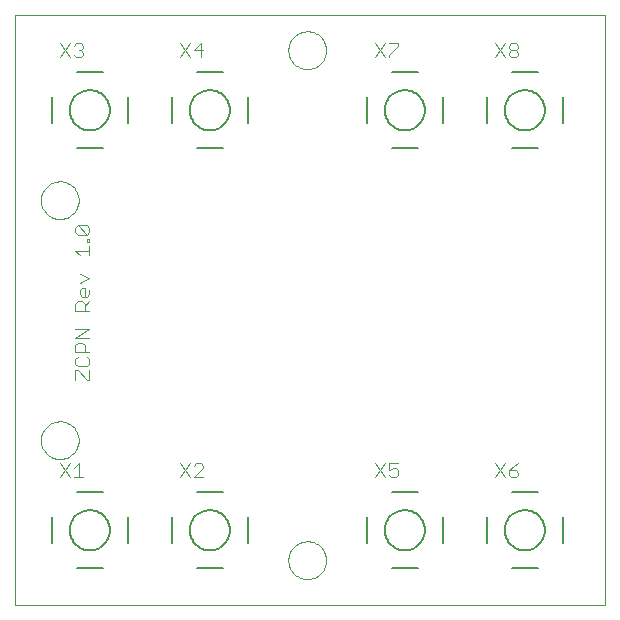
<source format=gto>
G75*
%MOIN*%
%OFA0B0*%
%FSLAX24Y24*%
%IPPOS*%
%LPD*%
%AMOC8*
5,1,8,0,0,1.08239X$1,22.5*
%
%ADD10C,0.0000*%
%ADD11C,0.0040*%
%ADD12C,0.0080*%
D10*
X000100Y000100D02*
X000100Y019785D01*
X019785Y019785D01*
X019785Y000100D01*
X000100Y000100D01*
X000970Y005600D02*
X000972Y005650D01*
X000978Y005700D01*
X000988Y005749D01*
X001002Y005797D01*
X001019Y005844D01*
X001040Y005889D01*
X001065Y005933D01*
X001093Y005974D01*
X001125Y006013D01*
X001159Y006050D01*
X001196Y006084D01*
X001236Y006114D01*
X001278Y006141D01*
X001322Y006165D01*
X001368Y006186D01*
X001415Y006202D01*
X001463Y006215D01*
X001513Y006224D01*
X001562Y006229D01*
X001613Y006230D01*
X001663Y006227D01*
X001712Y006220D01*
X001761Y006209D01*
X001809Y006194D01*
X001855Y006176D01*
X001900Y006154D01*
X001943Y006128D01*
X001984Y006099D01*
X002023Y006067D01*
X002059Y006032D01*
X002091Y005994D01*
X002121Y005954D01*
X002148Y005911D01*
X002171Y005867D01*
X002190Y005821D01*
X002206Y005773D01*
X002218Y005724D01*
X002226Y005675D01*
X002230Y005625D01*
X002230Y005575D01*
X002226Y005525D01*
X002218Y005476D01*
X002206Y005427D01*
X002190Y005379D01*
X002171Y005333D01*
X002148Y005289D01*
X002121Y005246D01*
X002091Y005206D01*
X002059Y005168D01*
X002023Y005133D01*
X001984Y005101D01*
X001943Y005072D01*
X001900Y005046D01*
X001855Y005024D01*
X001809Y005006D01*
X001761Y004991D01*
X001712Y004980D01*
X001663Y004973D01*
X001613Y004970D01*
X001562Y004971D01*
X001513Y004976D01*
X001463Y004985D01*
X001415Y004998D01*
X001368Y005014D01*
X001322Y005035D01*
X001278Y005059D01*
X001236Y005086D01*
X001196Y005116D01*
X001159Y005150D01*
X001125Y005187D01*
X001093Y005226D01*
X001065Y005267D01*
X001040Y005311D01*
X001019Y005356D01*
X001002Y005403D01*
X000988Y005451D01*
X000978Y005500D01*
X000972Y005550D01*
X000970Y005600D01*
X000970Y013600D02*
X000972Y013650D01*
X000978Y013700D01*
X000988Y013749D01*
X001002Y013797D01*
X001019Y013844D01*
X001040Y013889D01*
X001065Y013933D01*
X001093Y013974D01*
X001125Y014013D01*
X001159Y014050D01*
X001196Y014084D01*
X001236Y014114D01*
X001278Y014141D01*
X001322Y014165D01*
X001368Y014186D01*
X001415Y014202D01*
X001463Y014215D01*
X001513Y014224D01*
X001562Y014229D01*
X001613Y014230D01*
X001663Y014227D01*
X001712Y014220D01*
X001761Y014209D01*
X001809Y014194D01*
X001855Y014176D01*
X001900Y014154D01*
X001943Y014128D01*
X001984Y014099D01*
X002023Y014067D01*
X002059Y014032D01*
X002091Y013994D01*
X002121Y013954D01*
X002148Y013911D01*
X002171Y013867D01*
X002190Y013821D01*
X002206Y013773D01*
X002218Y013724D01*
X002226Y013675D01*
X002230Y013625D01*
X002230Y013575D01*
X002226Y013525D01*
X002218Y013476D01*
X002206Y013427D01*
X002190Y013379D01*
X002171Y013333D01*
X002148Y013289D01*
X002121Y013246D01*
X002091Y013206D01*
X002059Y013168D01*
X002023Y013133D01*
X001984Y013101D01*
X001943Y013072D01*
X001900Y013046D01*
X001855Y013024D01*
X001809Y013006D01*
X001761Y012991D01*
X001712Y012980D01*
X001663Y012973D01*
X001613Y012970D01*
X001562Y012971D01*
X001513Y012976D01*
X001463Y012985D01*
X001415Y012998D01*
X001368Y013014D01*
X001322Y013035D01*
X001278Y013059D01*
X001236Y013086D01*
X001196Y013116D01*
X001159Y013150D01*
X001125Y013187D01*
X001093Y013226D01*
X001065Y013267D01*
X001040Y013311D01*
X001019Y013356D01*
X001002Y013403D01*
X000988Y013451D01*
X000978Y013500D01*
X000972Y013550D01*
X000970Y013600D01*
X009220Y018600D02*
X009222Y018650D01*
X009228Y018700D01*
X009238Y018749D01*
X009252Y018797D01*
X009269Y018844D01*
X009290Y018889D01*
X009315Y018933D01*
X009343Y018974D01*
X009375Y019013D01*
X009409Y019050D01*
X009446Y019084D01*
X009486Y019114D01*
X009528Y019141D01*
X009572Y019165D01*
X009618Y019186D01*
X009665Y019202D01*
X009713Y019215D01*
X009763Y019224D01*
X009812Y019229D01*
X009863Y019230D01*
X009913Y019227D01*
X009962Y019220D01*
X010011Y019209D01*
X010059Y019194D01*
X010105Y019176D01*
X010150Y019154D01*
X010193Y019128D01*
X010234Y019099D01*
X010273Y019067D01*
X010309Y019032D01*
X010341Y018994D01*
X010371Y018954D01*
X010398Y018911D01*
X010421Y018867D01*
X010440Y018821D01*
X010456Y018773D01*
X010468Y018724D01*
X010476Y018675D01*
X010480Y018625D01*
X010480Y018575D01*
X010476Y018525D01*
X010468Y018476D01*
X010456Y018427D01*
X010440Y018379D01*
X010421Y018333D01*
X010398Y018289D01*
X010371Y018246D01*
X010341Y018206D01*
X010309Y018168D01*
X010273Y018133D01*
X010234Y018101D01*
X010193Y018072D01*
X010150Y018046D01*
X010105Y018024D01*
X010059Y018006D01*
X010011Y017991D01*
X009962Y017980D01*
X009913Y017973D01*
X009863Y017970D01*
X009812Y017971D01*
X009763Y017976D01*
X009713Y017985D01*
X009665Y017998D01*
X009618Y018014D01*
X009572Y018035D01*
X009528Y018059D01*
X009486Y018086D01*
X009446Y018116D01*
X009409Y018150D01*
X009375Y018187D01*
X009343Y018226D01*
X009315Y018267D01*
X009290Y018311D01*
X009269Y018356D01*
X009252Y018403D01*
X009238Y018451D01*
X009228Y018500D01*
X009222Y018550D01*
X009220Y018600D01*
X009220Y001600D02*
X009222Y001650D01*
X009228Y001700D01*
X009238Y001749D01*
X009252Y001797D01*
X009269Y001844D01*
X009290Y001889D01*
X009315Y001933D01*
X009343Y001974D01*
X009375Y002013D01*
X009409Y002050D01*
X009446Y002084D01*
X009486Y002114D01*
X009528Y002141D01*
X009572Y002165D01*
X009618Y002186D01*
X009665Y002202D01*
X009713Y002215D01*
X009763Y002224D01*
X009812Y002229D01*
X009863Y002230D01*
X009913Y002227D01*
X009962Y002220D01*
X010011Y002209D01*
X010059Y002194D01*
X010105Y002176D01*
X010150Y002154D01*
X010193Y002128D01*
X010234Y002099D01*
X010273Y002067D01*
X010309Y002032D01*
X010341Y001994D01*
X010371Y001954D01*
X010398Y001911D01*
X010421Y001867D01*
X010440Y001821D01*
X010456Y001773D01*
X010468Y001724D01*
X010476Y001675D01*
X010480Y001625D01*
X010480Y001575D01*
X010476Y001525D01*
X010468Y001476D01*
X010456Y001427D01*
X010440Y001379D01*
X010421Y001333D01*
X010398Y001289D01*
X010371Y001246D01*
X010341Y001206D01*
X010309Y001168D01*
X010273Y001133D01*
X010234Y001101D01*
X010193Y001072D01*
X010150Y001046D01*
X010105Y001024D01*
X010059Y001006D01*
X010011Y000991D01*
X009962Y000980D01*
X009913Y000973D01*
X009863Y000970D01*
X009812Y000971D01*
X009763Y000976D01*
X009713Y000985D01*
X009665Y000998D01*
X009618Y001014D01*
X009572Y001035D01*
X009528Y001059D01*
X009486Y001086D01*
X009446Y001116D01*
X009409Y001150D01*
X009375Y001187D01*
X009343Y001226D01*
X009315Y001267D01*
X009290Y001311D01*
X009269Y001356D01*
X009252Y001403D01*
X009238Y001451D01*
X009228Y001500D01*
X009222Y001550D01*
X009220Y001600D01*
D11*
X006387Y004370D02*
X006080Y004370D01*
X006387Y004677D01*
X006387Y004754D01*
X006311Y004830D01*
X006157Y004830D01*
X006080Y004754D01*
X005927Y004830D02*
X005620Y004370D01*
X005927Y004370D02*
X005620Y004830D01*
X002387Y004370D02*
X002080Y004370D01*
X001927Y004370D02*
X001620Y004830D01*
X001927Y004830D02*
X001620Y004370D01*
X002080Y004677D02*
X002234Y004830D01*
X002234Y004370D01*
X002120Y007620D02*
X002120Y007927D01*
X002196Y007927D01*
X002503Y007620D01*
X002580Y007620D01*
X002580Y007927D01*
X002503Y008080D02*
X002196Y008080D01*
X002120Y008157D01*
X002120Y008311D01*
X002196Y008387D01*
X002120Y008541D02*
X002120Y008771D01*
X002196Y008848D01*
X002350Y008848D01*
X002427Y008771D01*
X002427Y008541D01*
X002580Y008541D02*
X002120Y008541D01*
X002503Y008387D02*
X002580Y008311D01*
X002580Y008157D01*
X002503Y008080D01*
X002580Y009001D02*
X002120Y009001D01*
X002580Y009308D01*
X002120Y009308D01*
X002120Y009922D02*
X002120Y010152D01*
X002196Y010229D01*
X002350Y010229D01*
X002427Y010152D01*
X002427Y009922D01*
X002580Y009922D02*
X002120Y009922D01*
X002427Y010075D02*
X002580Y010229D01*
X002503Y010382D02*
X002350Y010382D01*
X002273Y010459D01*
X002273Y010613D01*
X002350Y010689D01*
X002427Y010689D01*
X002427Y010382D01*
X002503Y010382D02*
X002580Y010459D01*
X002580Y010613D01*
X002273Y010843D02*
X002580Y010996D01*
X002273Y011150D01*
X002273Y011764D02*
X002120Y011917D01*
X002580Y011917D01*
X002580Y011764D02*
X002580Y012070D01*
X002580Y012224D02*
X002580Y012301D01*
X002503Y012301D01*
X002503Y012224D01*
X002580Y012224D01*
X002503Y012454D02*
X002196Y012454D01*
X002120Y012531D01*
X002120Y012684D01*
X002196Y012761D01*
X002503Y012454D01*
X002580Y012531D01*
X002580Y012684D01*
X002503Y012761D01*
X002196Y012761D01*
X002157Y018370D02*
X002080Y018447D01*
X002157Y018370D02*
X002311Y018370D01*
X002387Y018447D01*
X002387Y018523D01*
X002311Y018600D01*
X002234Y018600D01*
X002311Y018600D02*
X002387Y018677D01*
X002387Y018754D01*
X002311Y018830D01*
X002157Y018830D01*
X002080Y018754D01*
X001927Y018830D02*
X001620Y018370D01*
X001927Y018370D02*
X001620Y018830D01*
X005620Y018830D02*
X005927Y018370D01*
X006080Y018600D02*
X006387Y018600D01*
X006311Y018370D02*
X006311Y018830D01*
X006080Y018600D01*
X005927Y018830D02*
X005620Y018370D01*
X012120Y018370D02*
X012427Y018830D01*
X012580Y018830D02*
X012887Y018830D01*
X012887Y018754D01*
X012580Y018447D01*
X012580Y018370D01*
X012427Y018370D02*
X012120Y018830D01*
X016120Y018830D02*
X016427Y018370D01*
X016580Y018447D02*
X016580Y018523D01*
X016657Y018600D01*
X016811Y018600D01*
X016887Y018523D01*
X016887Y018447D01*
X016811Y018370D01*
X016657Y018370D01*
X016580Y018447D01*
X016657Y018600D02*
X016580Y018677D01*
X016580Y018754D01*
X016657Y018830D01*
X016811Y018830D01*
X016887Y018754D01*
X016887Y018677D01*
X016811Y018600D01*
X016427Y018830D02*
X016120Y018370D01*
X016120Y004830D02*
X016427Y004370D01*
X016580Y004447D02*
X016657Y004370D01*
X016811Y004370D01*
X016887Y004447D01*
X016887Y004523D01*
X016811Y004600D01*
X016580Y004600D01*
X016580Y004447D01*
X016580Y004600D02*
X016734Y004754D01*
X016887Y004830D01*
X016427Y004830D02*
X016120Y004370D01*
X012887Y004447D02*
X012811Y004370D01*
X012657Y004370D01*
X012580Y004447D01*
X012580Y004600D02*
X012734Y004677D01*
X012811Y004677D01*
X012887Y004600D01*
X012887Y004447D01*
X012580Y004600D02*
X012580Y004830D01*
X012887Y004830D01*
X012427Y004830D02*
X012120Y004370D01*
X012427Y004370D02*
X012120Y004830D01*
D12*
X012667Y003860D02*
X013533Y003860D01*
X014360Y003033D02*
X014360Y002167D01*
X013533Y001340D02*
X012667Y001340D01*
X011840Y002167D02*
X011840Y003033D01*
X012431Y002600D02*
X012433Y002651D01*
X012439Y002702D01*
X012449Y002752D01*
X012462Y002802D01*
X012480Y002850D01*
X012500Y002897D01*
X012525Y002942D01*
X012553Y002985D01*
X012584Y003026D01*
X012618Y003064D01*
X012655Y003099D01*
X012694Y003132D01*
X012736Y003162D01*
X012780Y003188D01*
X012826Y003210D01*
X012874Y003230D01*
X012923Y003245D01*
X012973Y003257D01*
X013023Y003265D01*
X013074Y003269D01*
X013126Y003269D01*
X013177Y003265D01*
X013227Y003257D01*
X013277Y003245D01*
X013326Y003230D01*
X013374Y003210D01*
X013420Y003188D01*
X013464Y003162D01*
X013506Y003132D01*
X013545Y003099D01*
X013582Y003064D01*
X013616Y003026D01*
X013647Y002985D01*
X013675Y002942D01*
X013700Y002897D01*
X013720Y002850D01*
X013738Y002802D01*
X013751Y002752D01*
X013761Y002702D01*
X013767Y002651D01*
X013769Y002600D01*
X013767Y002549D01*
X013761Y002498D01*
X013751Y002448D01*
X013738Y002398D01*
X013720Y002350D01*
X013700Y002303D01*
X013675Y002258D01*
X013647Y002215D01*
X013616Y002174D01*
X013582Y002136D01*
X013545Y002101D01*
X013506Y002068D01*
X013464Y002038D01*
X013420Y002012D01*
X013374Y001990D01*
X013326Y001970D01*
X013277Y001955D01*
X013227Y001943D01*
X013177Y001935D01*
X013126Y001931D01*
X013074Y001931D01*
X013023Y001935D01*
X012973Y001943D01*
X012923Y001955D01*
X012874Y001970D01*
X012826Y001990D01*
X012780Y002012D01*
X012736Y002038D01*
X012694Y002068D01*
X012655Y002101D01*
X012618Y002136D01*
X012584Y002174D01*
X012553Y002215D01*
X012525Y002258D01*
X012500Y002303D01*
X012480Y002350D01*
X012462Y002398D01*
X012449Y002448D01*
X012439Y002498D01*
X012433Y002549D01*
X012431Y002600D01*
X015840Y002167D02*
X015840Y003033D01*
X016667Y003860D02*
X017533Y003860D01*
X018360Y003033D02*
X018360Y002167D01*
X017533Y001340D02*
X016667Y001340D01*
X016431Y002600D02*
X016433Y002651D01*
X016439Y002702D01*
X016449Y002752D01*
X016462Y002802D01*
X016480Y002850D01*
X016500Y002897D01*
X016525Y002942D01*
X016553Y002985D01*
X016584Y003026D01*
X016618Y003064D01*
X016655Y003099D01*
X016694Y003132D01*
X016736Y003162D01*
X016780Y003188D01*
X016826Y003210D01*
X016874Y003230D01*
X016923Y003245D01*
X016973Y003257D01*
X017023Y003265D01*
X017074Y003269D01*
X017126Y003269D01*
X017177Y003265D01*
X017227Y003257D01*
X017277Y003245D01*
X017326Y003230D01*
X017374Y003210D01*
X017420Y003188D01*
X017464Y003162D01*
X017506Y003132D01*
X017545Y003099D01*
X017582Y003064D01*
X017616Y003026D01*
X017647Y002985D01*
X017675Y002942D01*
X017700Y002897D01*
X017720Y002850D01*
X017738Y002802D01*
X017751Y002752D01*
X017761Y002702D01*
X017767Y002651D01*
X017769Y002600D01*
X017767Y002549D01*
X017761Y002498D01*
X017751Y002448D01*
X017738Y002398D01*
X017720Y002350D01*
X017700Y002303D01*
X017675Y002258D01*
X017647Y002215D01*
X017616Y002174D01*
X017582Y002136D01*
X017545Y002101D01*
X017506Y002068D01*
X017464Y002038D01*
X017420Y002012D01*
X017374Y001990D01*
X017326Y001970D01*
X017277Y001955D01*
X017227Y001943D01*
X017177Y001935D01*
X017126Y001931D01*
X017074Y001931D01*
X017023Y001935D01*
X016973Y001943D01*
X016923Y001955D01*
X016874Y001970D01*
X016826Y001990D01*
X016780Y002012D01*
X016736Y002038D01*
X016694Y002068D01*
X016655Y002101D01*
X016618Y002136D01*
X016584Y002174D01*
X016553Y002215D01*
X016525Y002258D01*
X016500Y002303D01*
X016480Y002350D01*
X016462Y002398D01*
X016449Y002448D01*
X016439Y002498D01*
X016433Y002549D01*
X016431Y002600D01*
X007860Y003033D02*
X007860Y002167D01*
X007033Y001340D02*
X006167Y001340D01*
X005340Y002167D02*
X005340Y003033D01*
X006167Y003860D02*
X007033Y003860D01*
X005931Y002600D02*
X005933Y002651D01*
X005939Y002702D01*
X005949Y002752D01*
X005962Y002802D01*
X005980Y002850D01*
X006000Y002897D01*
X006025Y002942D01*
X006053Y002985D01*
X006084Y003026D01*
X006118Y003064D01*
X006155Y003099D01*
X006194Y003132D01*
X006236Y003162D01*
X006280Y003188D01*
X006326Y003210D01*
X006374Y003230D01*
X006423Y003245D01*
X006473Y003257D01*
X006523Y003265D01*
X006574Y003269D01*
X006626Y003269D01*
X006677Y003265D01*
X006727Y003257D01*
X006777Y003245D01*
X006826Y003230D01*
X006874Y003210D01*
X006920Y003188D01*
X006964Y003162D01*
X007006Y003132D01*
X007045Y003099D01*
X007082Y003064D01*
X007116Y003026D01*
X007147Y002985D01*
X007175Y002942D01*
X007200Y002897D01*
X007220Y002850D01*
X007238Y002802D01*
X007251Y002752D01*
X007261Y002702D01*
X007267Y002651D01*
X007269Y002600D01*
X007267Y002549D01*
X007261Y002498D01*
X007251Y002448D01*
X007238Y002398D01*
X007220Y002350D01*
X007200Y002303D01*
X007175Y002258D01*
X007147Y002215D01*
X007116Y002174D01*
X007082Y002136D01*
X007045Y002101D01*
X007006Y002068D01*
X006964Y002038D01*
X006920Y002012D01*
X006874Y001990D01*
X006826Y001970D01*
X006777Y001955D01*
X006727Y001943D01*
X006677Y001935D01*
X006626Y001931D01*
X006574Y001931D01*
X006523Y001935D01*
X006473Y001943D01*
X006423Y001955D01*
X006374Y001970D01*
X006326Y001990D01*
X006280Y002012D01*
X006236Y002038D01*
X006194Y002068D01*
X006155Y002101D01*
X006118Y002136D01*
X006084Y002174D01*
X006053Y002215D01*
X006025Y002258D01*
X006000Y002303D01*
X005980Y002350D01*
X005962Y002398D01*
X005949Y002448D01*
X005939Y002498D01*
X005933Y002549D01*
X005931Y002600D01*
X003860Y003033D02*
X003860Y002167D01*
X003033Y001340D02*
X002167Y001340D01*
X001340Y002167D02*
X001340Y003033D01*
X002167Y003860D02*
X003033Y003860D01*
X001931Y002600D02*
X001933Y002651D01*
X001939Y002702D01*
X001949Y002752D01*
X001962Y002802D01*
X001980Y002850D01*
X002000Y002897D01*
X002025Y002942D01*
X002053Y002985D01*
X002084Y003026D01*
X002118Y003064D01*
X002155Y003099D01*
X002194Y003132D01*
X002236Y003162D01*
X002280Y003188D01*
X002326Y003210D01*
X002374Y003230D01*
X002423Y003245D01*
X002473Y003257D01*
X002523Y003265D01*
X002574Y003269D01*
X002626Y003269D01*
X002677Y003265D01*
X002727Y003257D01*
X002777Y003245D01*
X002826Y003230D01*
X002874Y003210D01*
X002920Y003188D01*
X002964Y003162D01*
X003006Y003132D01*
X003045Y003099D01*
X003082Y003064D01*
X003116Y003026D01*
X003147Y002985D01*
X003175Y002942D01*
X003200Y002897D01*
X003220Y002850D01*
X003238Y002802D01*
X003251Y002752D01*
X003261Y002702D01*
X003267Y002651D01*
X003269Y002600D01*
X003267Y002549D01*
X003261Y002498D01*
X003251Y002448D01*
X003238Y002398D01*
X003220Y002350D01*
X003200Y002303D01*
X003175Y002258D01*
X003147Y002215D01*
X003116Y002174D01*
X003082Y002136D01*
X003045Y002101D01*
X003006Y002068D01*
X002964Y002038D01*
X002920Y002012D01*
X002874Y001990D01*
X002826Y001970D01*
X002777Y001955D01*
X002727Y001943D01*
X002677Y001935D01*
X002626Y001931D01*
X002574Y001931D01*
X002523Y001935D01*
X002473Y001943D01*
X002423Y001955D01*
X002374Y001970D01*
X002326Y001990D01*
X002280Y002012D01*
X002236Y002038D01*
X002194Y002068D01*
X002155Y002101D01*
X002118Y002136D01*
X002084Y002174D01*
X002053Y002215D01*
X002025Y002258D01*
X002000Y002303D01*
X001980Y002350D01*
X001962Y002398D01*
X001949Y002448D01*
X001939Y002498D01*
X001933Y002549D01*
X001931Y002600D01*
X002167Y015340D02*
X003033Y015340D01*
X003860Y016167D02*
X003860Y017033D01*
X003033Y017860D02*
X002167Y017860D01*
X001340Y017033D02*
X001340Y016167D01*
X001931Y016600D02*
X001933Y016651D01*
X001939Y016702D01*
X001949Y016752D01*
X001962Y016802D01*
X001980Y016850D01*
X002000Y016897D01*
X002025Y016942D01*
X002053Y016985D01*
X002084Y017026D01*
X002118Y017064D01*
X002155Y017099D01*
X002194Y017132D01*
X002236Y017162D01*
X002280Y017188D01*
X002326Y017210D01*
X002374Y017230D01*
X002423Y017245D01*
X002473Y017257D01*
X002523Y017265D01*
X002574Y017269D01*
X002626Y017269D01*
X002677Y017265D01*
X002727Y017257D01*
X002777Y017245D01*
X002826Y017230D01*
X002874Y017210D01*
X002920Y017188D01*
X002964Y017162D01*
X003006Y017132D01*
X003045Y017099D01*
X003082Y017064D01*
X003116Y017026D01*
X003147Y016985D01*
X003175Y016942D01*
X003200Y016897D01*
X003220Y016850D01*
X003238Y016802D01*
X003251Y016752D01*
X003261Y016702D01*
X003267Y016651D01*
X003269Y016600D01*
X003267Y016549D01*
X003261Y016498D01*
X003251Y016448D01*
X003238Y016398D01*
X003220Y016350D01*
X003200Y016303D01*
X003175Y016258D01*
X003147Y016215D01*
X003116Y016174D01*
X003082Y016136D01*
X003045Y016101D01*
X003006Y016068D01*
X002964Y016038D01*
X002920Y016012D01*
X002874Y015990D01*
X002826Y015970D01*
X002777Y015955D01*
X002727Y015943D01*
X002677Y015935D01*
X002626Y015931D01*
X002574Y015931D01*
X002523Y015935D01*
X002473Y015943D01*
X002423Y015955D01*
X002374Y015970D01*
X002326Y015990D01*
X002280Y016012D01*
X002236Y016038D01*
X002194Y016068D01*
X002155Y016101D01*
X002118Y016136D01*
X002084Y016174D01*
X002053Y016215D01*
X002025Y016258D01*
X002000Y016303D01*
X001980Y016350D01*
X001962Y016398D01*
X001949Y016448D01*
X001939Y016498D01*
X001933Y016549D01*
X001931Y016600D01*
X005340Y016167D02*
X005340Y017033D01*
X006167Y017860D02*
X007033Y017860D01*
X007860Y017033D02*
X007860Y016167D01*
X007033Y015340D02*
X006167Y015340D01*
X005931Y016600D02*
X005933Y016651D01*
X005939Y016702D01*
X005949Y016752D01*
X005962Y016802D01*
X005980Y016850D01*
X006000Y016897D01*
X006025Y016942D01*
X006053Y016985D01*
X006084Y017026D01*
X006118Y017064D01*
X006155Y017099D01*
X006194Y017132D01*
X006236Y017162D01*
X006280Y017188D01*
X006326Y017210D01*
X006374Y017230D01*
X006423Y017245D01*
X006473Y017257D01*
X006523Y017265D01*
X006574Y017269D01*
X006626Y017269D01*
X006677Y017265D01*
X006727Y017257D01*
X006777Y017245D01*
X006826Y017230D01*
X006874Y017210D01*
X006920Y017188D01*
X006964Y017162D01*
X007006Y017132D01*
X007045Y017099D01*
X007082Y017064D01*
X007116Y017026D01*
X007147Y016985D01*
X007175Y016942D01*
X007200Y016897D01*
X007220Y016850D01*
X007238Y016802D01*
X007251Y016752D01*
X007261Y016702D01*
X007267Y016651D01*
X007269Y016600D01*
X007267Y016549D01*
X007261Y016498D01*
X007251Y016448D01*
X007238Y016398D01*
X007220Y016350D01*
X007200Y016303D01*
X007175Y016258D01*
X007147Y016215D01*
X007116Y016174D01*
X007082Y016136D01*
X007045Y016101D01*
X007006Y016068D01*
X006964Y016038D01*
X006920Y016012D01*
X006874Y015990D01*
X006826Y015970D01*
X006777Y015955D01*
X006727Y015943D01*
X006677Y015935D01*
X006626Y015931D01*
X006574Y015931D01*
X006523Y015935D01*
X006473Y015943D01*
X006423Y015955D01*
X006374Y015970D01*
X006326Y015990D01*
X006280Y016012D01*
X006236Y016038D01*
X006194Y016068D01*
X006155Y016101D01*
X006118Y016136D01*
X006084Y016174D01*
X006053Y016215D01*
X006025Y016258D01*
X006000Y016303D01*
X005980Y016350D01*
X005962Y016398D01*
X005949Y016448D01*
X005939Y016498D01*
X005933Y016549D01*
X005931Y016600D01*
X011840Y016167D02*
X011840Y017033D01*
X012667Y017860D02*
X013533Y017860D01*
X014360Y017033D02*
X014360Y016167D01*
X013533Y015340D02*
X012667Y015340D01*
X012431Y016600D02*
X012433Y016651D01*
X012439Y016702D01*
X012449Y016752D01*
X012462Y016802D01*
X012480Y016850D01*
X012500Y016897D01*
X012525Y016942D01*
X012553Y016985D01*
X012584Y017026D01*
X012618Y017064D01*
X012655Y017099D01*
X012694Y017132D01*
X012736Y017162D01*
X012780Y017188D01*
X012826Y017210D01*
X012874Y017230D01*
X012923Y017245D01*
X012973Y017257D01*
X013023Y017265D01*
X013074Y017269D01*
X013126Y017269D01*
X013177Y017265D01*
X013227Y017257D01*
X013277Y017245D01*
X013326Y017230D01*
X013374Y017210D01*
X013420Y017188D01*
X013464Y017162D01*
X013506Y017132D01*
X013545Y017099D01*
X013582Y017064D01*
X013616Y017026D01*
X013647Y016985D01*
X013675Y016942D01*
X013700Y016897D01*
X013720Y016850D01*
X013738Y016802D01*
X013751Y016752D01*
X013761Y016702D01*
X013767Y016651D01*
X013769Y016600D01*
X013767Y016549D01*
X013761Y016498D01*
X013751Y016448D01*
X013738Y016398D01*
X013720Y016350D01*
X013700Y016303D01*
X013675Y016258D01*
X013647Y016215D01*
X013616Y016174D01*
X013582Y016136D01*
X013545Y016101D01*
X013506Y016068D01*
X013464Y016038D01*
X013420Y016012D01*
X013374Y015990D01*
X013326Y015970D01*
X013277Y015955D01*
X013227Y015943D01*
X013177Y015935D01*
X013126Y015931D01*
X013074Y015931D01*
X013023Y015935D01*
X012973Y015943D01*
X012923Y015955D01*
X012874Y015970D01*
X012826Y015990D01*
X012780Y016012D01*
X012736Y016038D01*
X012694Y016068D01*
X012655Y016101D01*
X012618Y016136D01*
X012584Y016174D01*
X012553Y016215D01*
X012525Y016258D01*
X012500Y016303D01*
X012480Y016350D01*
X012462Y016398D01*
X012449Y016448D01*
X012439Y016498D01*
X012433Y016549D01*
X012431Y016600D01*
X015840Y016167D02*
X015840Y017033D01*
X016667Y017860D02*
X017533Y017860D01*
X018360Y017033D02*
X018360Y016167D01*
X017533Y015340D02*
X016667Y015340D01*
X016431Y016600D02*
X016433Y016651D01*
X016439Y016702D01*
X016449Y016752D01*
X016462Y016802D01*
X016480Y016850D01*
X016500Y016897D01*
X016525Y016942D01*
X016553Y016985D01*
X016584Y017026D01*
X016618Y017064D01*
X016655Y017099D01*
X016694Y017132D01*
X016736Y017162D01*
X016780Y017188D01*
X016826Y017210D01*
X016874Y017230D01*
X016923Y017245D01*
X016973Y017257D01*
X017023Y017265D01*
X017074Y017269D01*
X017126Y017269D01*
X017177Y017265D01*
X017227Y017257D01*
X017277Y017245D01*
X017326Y017230D01*
X017374Y017210D01*
X017420Y017188D01*
X017464Y017162D01*
X017506Y017132D01*
X017545Y017099D01*
X017582Y017064D01*
X017616Y017026D01*
X017647Y016985D01*
X017675Y016942D01*
X017700Y016897D01*
X017720Y016850D01*
X017738Y016802D01*
X017751Y016752D01*
X017761Y016702D01*
X017767Y016651D01*
X017769Y016600D01*
X017767Y016549D01*
X017761Y016498D01*
X017751Y016448D01*
X017738Y016398D01*
X017720Y016350D01*
X017700Y016303D01*
X017675Y016258D01*
X017647Y016215D01*
X017616Y016174D01*
X017582Y016136D01*
X017545Y016101D01*
X017506Y016068D01*
X017464Y016038D01*
X017420Y016012D01*
X017374Y015990D01*
X017326Y015970D01*
X017277Y015955D01*
X017227Y015943D01*
X017177Y015935D01*
X017126Y015931D01*
X017074Y015931D01*
X017023Y015935D01*
X016973Y015943D01*
X016923Y015955D01*
X016874Y015970D01*
X016826Y015990D01*
X016780Y016012D01*
X016736Y016038D01*
X016694Y016068D01*
X016655Y016101D01*
X016618Y016136D01*
X016584Y016174D01*
X016553Y016215D01*
X016525Y016258D01*
X016500Y016303D01*
X016480Y016350D01*
X016462Y016398D01*
X016449Y016448D01*
X016439Y016498D01*
X016433Y016549D01*
X016431Y016600D01*
M02*

</source>
